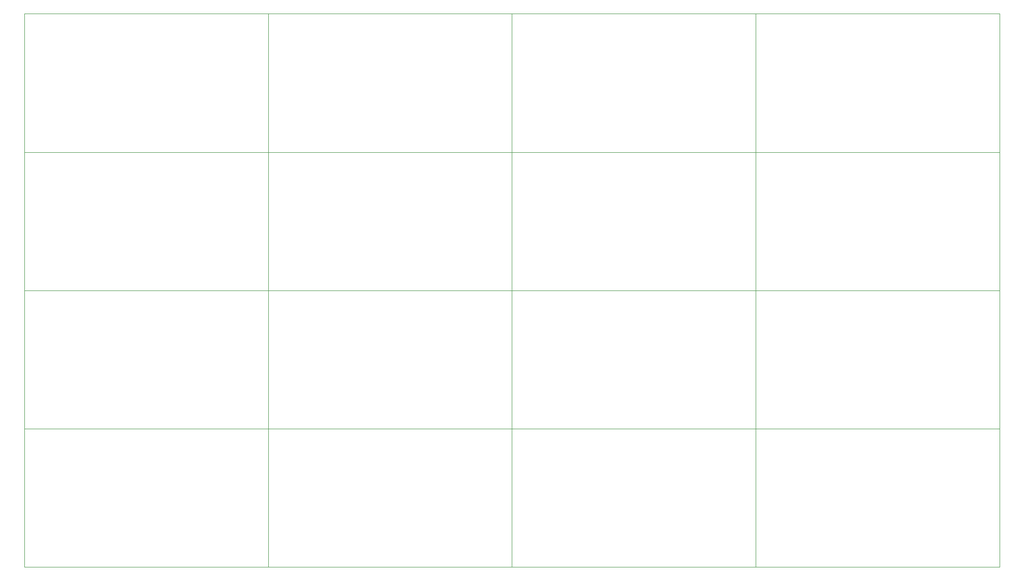
<source format=gbr>
G04 #@! TF.FileFunction,Profile,NP*
%FSLAX46Y46*%
G04 Gerber Fmt 4.6, Leading zero omitted, Abs format (unit mm)*
G04 Created by KiCad (PCBNEW (2015-11-29 BZR 6336, Git 7b0d981)-product) date czw, 10 gru 2015, 08:29:52*
%MOMM*%
G01*
G04 APERTURE LIST*
%ADD10C,0.100000*%
%ADD11C,0.010000*%
G04 APERTURE END LIST*
D10*
D11*
X212449200Y-136449200D02*
X212449200Y-111449200D01*
X168449200Y-136449200D02*
X168449200Y-111449200D01*
X124449200Y-136449200D02*
X124449200Y-111449200D01*
X80449200Y-136449200D02*
X80449200Y-111449200D01*
X212449200Y-111449200D02*
X212449200Y-86449200D01*
X168449200Y-111449200D02*
X168449200Y-86449200D01*
X124449200Y-111449200D02*
X124449200Y-86449200D01*
X80449200Y-111449200D02*
X80449200Y-86449200D01*
X212449200Y-86449200D02*
X212449200Y-61449200D01*
X168449200Y-86449200D02*
X168449200Y-61449200D01*
X124449200Y-86449200D02*
X124449200Y-61449200D01*
X80449200Y-86449200D02*
X80449200Y-61449200D01*
X212449200Y-61449200D02*
X212449200Y-36449200D01*
X168449200Y-61449200D02*
X168449200Y-36449200D01*
X124449200Y-61449200D02*
X124449200Y-36449200D01*
X212449200Y-136449200D02*
X168449200Y-136449200D01*
X168449200Y-136449200D02*
X124449200Y-136449200D01*
X124449200Y-136449200D02*
X80449200Y-136449200D01*
X80449200Y-136449200D02*
X36449200Y-136449200D01*
X212449200Y-111449200D02*
X168449200Y-111449200D01*
X168449200Y-111449200D02*
X124449200Y-111449200D01*
X124449200Y-111449200D02*
X80449200Y-111449200D01*
X80449200Y-111449200D02*
X36449200Y-111449200D01*
X212449200Y-86449200D02*
X168449200Y-86449200D01*
X168449200Y-86449200D02*
X124449200Y-86449200D01*
X124449200Y-86449200D02*
X80449200Y-86449200D01*
X80449200Y-86449200D02*
X36449200Y-86449200D01*
X212449200Y-61449200D02*
X168449200Y-61449200D01*
X168449200Y-61449200D02*
X124449200Y-61449200D01*
X124449200Y-61449200D02*
X80449200Y-61449200D01*
X168449200Y-136449200D02*
X168449200Y-111449200D01*
X124449200Y-136449200D02*
X124449200Y-111449200D01*
X80449200Y-136449200D02*
X80449200Y-111449200D01*
X36449200Y-136449200D02*
X36449200Y-111449200D01*
X168449200Y-111449200D02*
X168449200Y-86449200D01*
X124449200Y-111449200D02*
X124449200Y-86449200D01*
X80449200Y-111449200D02*
X80449200Y-86449200D01*
X36449200Y-111449200D02*
X36449200Y-86449200D01*
X168449200Y-86449200D02*
X168449200Y-61449200D01*
X124449200Y-86449200D02*
X124449200Y-61449200D01*
X80449200Y-86449200D02*
X80449200Y-61449200D01*
X36449200Y-86449200D02*
X36449200Y-61449200D01*
X168449200Y-61449200D02*
X168449200Y-36449200D01*
X124449200Y-61449200D02*
X124449200Y-36449200D01*
X80449200Y-61449200D02*
X80449200Y-36449200D01*
X212449200Y-111449200D02*
X168449200Y-111449200D01*
X168449200Y-111449200D02*
X124449200Y-111449200D01*
X124449200Y-111449200D02*
X80449200Y-111449200D01*
X80449200Y-111449200D02*
X36449200Y-111449200D01*
X212449200Y-86449200D02*
X168449200Y-86449200D01*
X168449200Y-86449200D02*
X124449200Y-86449200D01*
X124449200Y-86449200D02*
X80449200Y-86449200D01*
X80449200Y-86449200D02*
X36449200Y-86449200D01*
X212449200Y-61449200D02*
X168449200Y-61449200D01*
X168449200Y-61449200D02*
X124449200Y-61449200D01*
X124449200Y-61449200D02*
X80449200Y-61449200D01*
X80449200Y-61449200D02*
X36449200Y-61449200D01*
X212449200Y-36449200D02*
X168449200Y-36449200D01*
X168449200Y-36449200D02*
X124449200Y-36449200D01*
X124449200Y-36449200D02*
X80449200Y-36449200D01*
X80449200Y-61449200D02*
X80449200Y-36449200D01*
X80449200Y-61449200D02*
X36449200Y-61449200D01*
X80449200Y-36449200D02*
X36449200Y-36449200D01*
X36449200Y-61449200D02*
X36449200Y-36449200D01*
M02*

</source>
